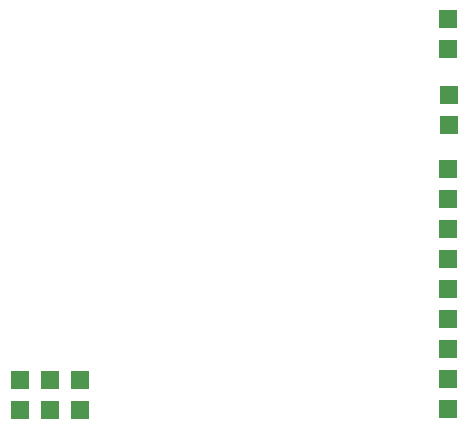
<source format=gbr>
G04 #@! TF.FileFunction,Copper,L2,Bot,Signal*
%FSLAX46Y46*%
G04 Gerber Fmt 4.6, Leading zero omitted, Abs format (unit mm)*
G04 Created by KiCad (PCBNEW (2015-04-05 BZR 5577)-product) date Ne 27. září 2015, 00:05:09 CEST*
%MOMM*%
G01*
G04 APERTURE LIST*
%ADD10C,0.100000*%
%ADD11R,1.524000X1.524000*%
G04 APERTURE END LIST*
D10*
D11*
X205800000Y-96930000D03*
X205800000Y-99470000D03*
X169560000Y-127510000D03*
X169560000Y-130050000D03*
X172100000Y-127510000D03*
X172100000Y-130050000D03*
X174640000Y-127510000D03*
X174640000Y-130050000D03*
X205810000Y-109700000D03*
X205810000Y-112240000D03*
X205810000Y-114780000D03*
X205810000Y-117320000D03*
X205810000Y-119860000D03*
X205810000Y-122400000D03*
X205810000Y-124940000D03*
X205810000Y-127480000D03*
X205810000Y-130020000D03*
X205830000Y-103420000D03*
X205830000Y-105960000D03*
M02*

</source>
